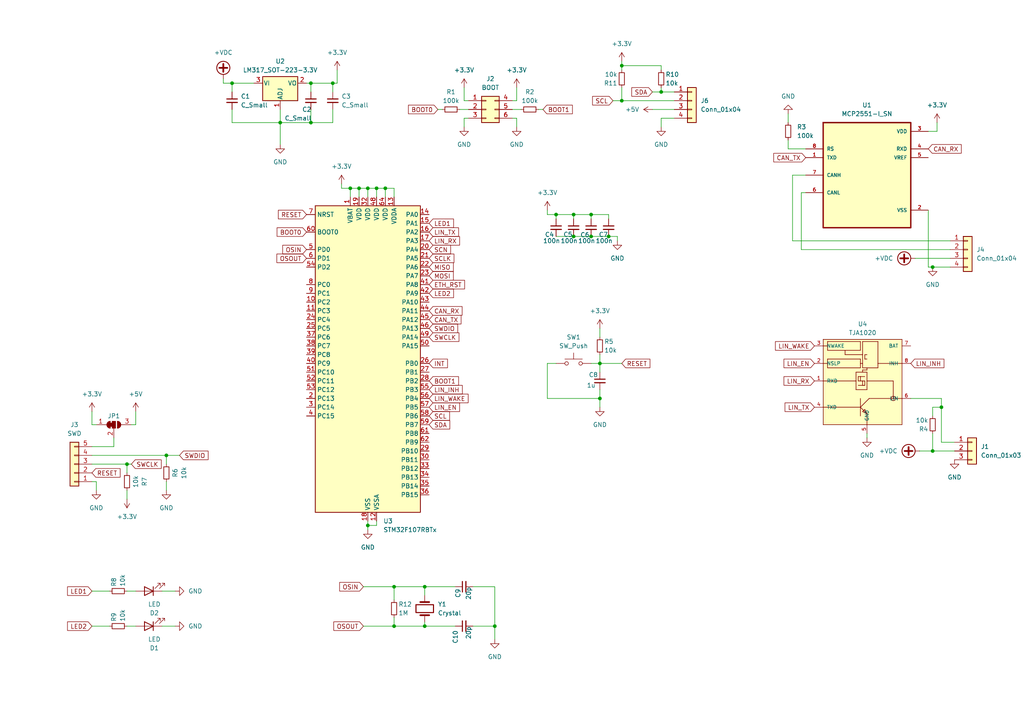
<source format=kicad_sch>
(kicad_sch (version 20250114) (generator "eeschema") (generator_version "9.0")
  (paper "A4")
  (lib_symbols
    (symbol "Connector_Generic:Conn_01x03" (pin_names (offset 1.016) (hide yes))
      (property "Reference" "J" (at 0 5.08 0))
      (property "Value" "Conn_01x03" (at 0 -5.08 0))
      (symbol "Conn_01x03_1_1"
        (rectangle (start -1.27 3.81) (end 1.27 -3.81) (stroke (width 0.254)) (fill (type background)))
        (rectangle (start -1.27 2.667) (end 0 2.413) (stroke (width 0.1524)))
        (rectangle (start -1.27 0.127) (end 0 -0.127) (stroke (width 0.1524)))
        (rectangle (start -1.27 -2.413) (end 0 -2.667) (stroke (width 0.1524)))
        (pin passive line (at -5.08 2.54 0) (length 3.81) (name "Pin_1") (number "1"))
        (pin passive line (at -5.08 0 0) (length 3.81) (name "Pin_2") (number "2"))
        (pin passive line (at -5.08 -2.54 0) (length 3.81) (name "Pin_3") (number "3"))
      )
    )
    (symbol "Connector_Generic:Conn_01x04" (pin_names (offset 1.016) (hide yes))
      (property "Reference" "J" (at 0 5.08 0))
      (property "Value" "Conn_01x04" (at 0 -7.62 0))
      (symbol "Conn_01x04_1_1"
        (rectangle (start -1.27 3.81) (end 1.27 -6.35) (stroke (width 0.254)) (fill (type background)))
        (rectangle (start -1.27 2.667) (end 0 2.413) (stroke (width 0.1524)))
        (rectangle (start -1.27 0.127) (end 0 -0.127) (stroke (width 0.1524)))
        (rectangle (start -1.27 -2.413) (end 0 -2.667) (stroke (width 0.1524)))
        (rectangle (start -1.27 -4.953) (end 0 -5.207) (stroke (width 0.1524)))
        (pin passive line (at -5.08 2.54 0) (length 3.81) (name "Pin_1") (number "1"))
        (pin passive line (at -5.08 0 0) (length 3.81) (name "Pin_2") (number "2"))
        (pin passive line (at -5.08 -2.54 0) (length 3.81) (name "Pin_3") (number "3"))
        (pin passive line (at -5.08 -5.08 0) (length 3.81) (name "Pin_4") (number "4"))
      )
    )
    (symbol "Connector_Generic:Conn_01x05" (pin_names (offset 1.016) (hide yes))
      (property "Reference" "J" (at 0 7.62 0))
      (property "Value" "Conn_01x05" (at 0 -7.62 0))
      (symbol "Conn_01x05_1_1"
        (rectangle (start -1.27 6.35) (end 1.27 -6.35) (stroke (width 0.254)) (fill (type background)))
        (rectangle (start -1.27 5.207) (end 0 4.953) (stroke (width 0.1524)))
        (rectangle (start -1.27 2.667) (end 0 2.413) (stroke (width 0.1524)))
        (rectangle (start -1.27 0.127) (end 0 -0.127) (stroke (width 0.1524)))
        (rectangle (start -1.27 -2.413) (end 0 -2.667) (stroke (width 0.1524)))
        (rectangle (start -1.27 -4.953) (end 0 -5.207) (stroke (width 0.1524)))
        (pin passive line (at -5.08 5.08 0) (length 3.81) (name "Pin_1") (number "1"))
        (pin passive line (at -5.08 2.54 0) (length 3.81) (name "Pin_2") (number "2"))
        (pin passive line (at -5.08 0 0) (length 3.81) (name "Pin_3") (number "3"))
        (pin passive line (at -5.08 -2.54 0) (length 3.81) (name "Pin_4") (number "4"))
        (pin passive line (at -5.08 -5.08 0) (length 3.81) (name "Pin_5") (number "5"))
      )
    )
    (symbol "Connector_Generic:Conn_02x03_Top_Bottom" (pin_names (offset 1.016) (hide yes))
      (property "Reference" "J" (at 1.27 5.08 0))
      (property "Value" "Conn_02x03_Top_Bottom" (at 1.27 -5.08 0))
      (symbol "Conn_02x03_Top_Bottom_1_1"
        (rectangle (start -1.27 3.81) (end 3.81 -3.81) (stroke (width 0.254)) (fill (type background)))
        (rectangle (start -1.27 2.667) (end 0 2.413) (stroke (width 0.1524)))
        (rectangle (start -1.27 0.127) (end 0 -0.127) (stroke (width 0.1524)))
        (rectangle (start -1.27 -2.413) (end 0 -2.667) (stroke (width 0.1524)))
        (rectangle (start 3.81 2.667) (end 2.54 2.413) (stroke (width 0.1524)))
        (rectangle (start 3.81 0.127) (end 2.54 -0.127) (stroke (width 0.1524)))
        (rectangle (start 3.81 -2.413) (end 2.54 -2.667) (stroke (width 0.1524)))
        (pin passive line (at -5.08 2.54 0) (length 3.81) (name "Pin_1") (number "1"))
        (pin passive line (at -5.08 0 0) (length 3.81) (name "Pin_2") (number "2"))
        (pin passive line (at -5.08 -2.54 0) (length 3.81) (name "Pin_3") (number "3"))
        (pin passive line (at 7.62 2.54 180) (length 3.81) (name "Pin_4") (number "4"))
        (pin passive line (at 7.62 0 180) (length 3.81) (name "Pin_5") (number "5"))
        (pin passive line (at 7.62 -2.54 180) (length 3.81) (name "Pin_6") (number "6"))
      )
    )
    (symbol "Device:C_Small" (pin_numbers (hide yes)) (pin_names (offset 0.254) (hide yes))
      (property "Reference" "C" (at 0.254 1.778 0))
      (property "Value" "C_Small" (at 0.254 -2.032 0))
      (symbol "C_Small_0_1"
        (polyline (pts (xy -1.524 0.508) (xy 1.524 0.508)) (stroke (width 0.3048)))
        (polyline (pts (xy -1.524 -0.508) (xy 1.524 -0.508)) (stroke (width 0.3302)))
      )
      (symbol "C_Small_1_1"
        (pin passive line (at 0 2.54 270) (length 2.032) (name "~") (number "1"))
        (pin passive line (at 0 -2.54 90) (length 2.032) (name "~") (number "2"))
      )
    )
    (symbol "Device:Crystal" (pin_numbers (hide yes)) (pin_names (offset 1.016) (hide yes))
      (property "Reference" "Y" (at 0 3.81 0))
      (property "Value" "Crystal" (at 0 -3.81 0))
      (symbol "Crystal_0_1"
        (polyline (pts (xy -2.54 0) (xy -1.905 0)))
        (polyline (pts (xy -1.905 -1.27) (xy -1.905 1.27)) (stroke (width 0.508)))
        (rectangle (start -1.143 2.54) (end 1.143 -2.54) (stroke (width 0.3048)))
        (polyline (pts (xy 1.905 -1.27) (xy 1.905 1.27)) (stroke (width 0.508)))
        (polyline (pts (xy 2.54 0) (xy 1.905 0)))
      )
      (symbol "Crystal_1_1"
        (pin passive line (at -3.81 0 0) (length 1.27) (name "1") (number "1"))
        (pin passive line (at 3.81 0 180) (length 1.27) (name "2") (number "2"))
      )
    )
    (symbol "Device:LED" (pin_numbers (hide yes)) (pin_names (offset 1.016) (hide yes))
      (property "Reference" "D" (at 0 2.54 0))
      (property "Value" "LED" (at 0 -2.54 0))
      (symbol "LED_0_1"
        (polyline (pts (xy -3.048 -0.762) (xy -4.572 -2.286) (xy -3.81 -2.286) (xy -4.572 -2.286) (xy -4.572 -1.524)))
        (polyline (pts (xy -1.778 -0.762) (xy -3.302 -2.286) (xy -2.54 -2.286) (xy -3.302 -2.286) (xy -3.302 -1.524)))
        (polyline (pts (xy -1.27 0) (xy 1.27 0)))
        (polyline (pts (xy -1.27 -1.27) (xy -1.27 1.27)) (stroke (width 0.254)))
        (polyline (pts (xy 1.27 -1.27) (xy 1.27 1.27) (xy -1.27 0) (xy 1.27 -1.27)) (stroke (width 0.254)))
      )
      (symbol "LED_1_1"
        (pin passive line (at -3.81 0 0) (length 2.54) (name "K") (number "1"))
        (pin passive line (at 3.81 0 180) (length 2.54) (name "A") (number "2"))
      )
    )
    (symbol "Device:R_Small" (pin_numbers (hide yes)) (pin_names (offset 0.254) (hide yes))
      (property "Reference" "R" (at 0.762 0.508 0))
      (property "Value" "R_Small" (at 0.762 -1.016 0))
      (symbol "R_Small_0_1"
        (rectangle (start -0.762 1.778) (end 0.762 -1.778) (stroke (width 0.2032)))
      )
      (symbol "R_Small_1_1"
        (pin passive line (at 0 2.54 270) (length 0.762) (name "~") (number "1"))
        (pin passive line (at 0 -2.54 90) (length 0.762) (name "~") (number "2"))
      )
    )
    (symbol "Jumper:SolderJumper_3_Bridged12" (pin_names (offset 0) (hide yes))
      (property "Reference" "JP" (at -2.54 -2.54 0))
      (property "Value" "SolderJumper_3_Bridged12" (at 0 2.794 0))
      (symbol "SolderJumper_3_Bridged12_0_1"
        (polyline (pts (xy -2.54 0) (xy -2.032 0)))
        (polyline (pts (xy -1.016 1.016) (xy -1.016 -1.016)))
        (rectangle (start -1.016 0.508) (end -0.508 -0.508) (fill (type outline)))
        (arc (start -1.016 -1.016) (mid -2.0276 0) (end -1.016 1.016))
        (arc (start -1.016 -1.016) (mid -2.0276 0) (end -1.016 1.016) (fill (type outline)))
        (rectangle (start -0.508 1.016) (end 0.508 -1.016) (fill (type outline)))
        (polyline (pts (xy 0 -1.27) (xy 0 -1.016)))
        (arc (start 1.016 1.016) (mid 2.0276 0) (end 1.016 -1.016))
        (arc (start 1.016 1.016) (mid 2.0276 0) (end 1.016 -1.016) (fill (type outline)))
        (polyline (pts (xy 1.016 1.016) (xy 1.016 -1.016)))
        (polyline (pts (xy 2.54 0) (xy 2.032 0)))
      )
      (symbol "SolderJumper_3_Bridged12_1_1"
        (pin passive line (at -5.08 0 0) (length 2.54) (name "A") (number "1"))
        (pin passive line (at 0 -3.81 90) (length 2.54) (name "C") (number "2"))
        (pin passive line (at 5.08 0 180) (length 2.54) (name "B") (number "3"))
      )
    )
    (symbol "MCP2551-I_SN:MCP2551-I_SN" (pin_names (offset 1.016))
      (property "Reference" "U" (at -12.7 16.24 0))
      (property "Value" "MCP2551-I_SN" (at -12.7 -19.24 0))
      (symbol "MCP2551-I_SN_0_0"
        (rectangle (start -12.7 -15.24) (end 12.7 15.24) (stroke (width 0.41)) (fill (type background)))
        (pin input line (at -17.78 7.62 0) (length 5.08) (name "RS") (number "8"))
        (pin input line (at -17.78 5.08 0) (length 5.08) (name "TXD") (number "1"))
        (pin bidirectional line (at -17.78 0 0) (length 5.08) (name "CANH") (number "7"))
        (pin bidirectional line (at -17.78 -5.08 0) (length 5.08) (name "CANL") (number "6"))
        (pin power_in line (at 17.78 12.7 180) (length 5.08) (name "VDD") (number "3"))
        (pin output line (at 17.78 7.62 180) (length 5.08) (name "RXD") (number "4"))
        (pin output line (at 17.78 5.08 180) (length 5.08) (name "VREF") (number "5"))
        (pin power_in line (at 17.78 -10.16 180) (length 5.08) (name "VSS") (number "2"))
      )
    )
    (symbol "MCU_ST_STM32F1:STM32F107RBTx"
      (property "Reference" "U" (at -15.24 46.99 0))
      (property "Value" "STM32F107RBTx" (at 10.16 46.99 0))
      (symbol "STM32F107RBTx_0_1"
        (rectangle (start -15.24 -43.18) (end 15.24 45.72) (stroke (width 0.254)) (fill (type background)))
      )
      (symbol "STM32F107RBTx_1_1"
        (pin input line (at -17.78 43.18 0) (length 2.54) (name "NRST") (number "7"))
        (pin input line (at -17.78 38.1 0) (length 2.54) (name "BOOT0") (number "60"))
        (pin bidirectional line (at -17.78 33.02 0) (length 2.54) (name "PD0") (number "5"))
        (pin bidirectional line (at -17.78 30.48 0) (length 2.54) (name "PD1") (number "6"))
        (pin bidirectional line (at -17.78 27.94 0) (length 2.54) (name "PD2") (number "54"))
        (pin bidirectional line (at -17.78 22.86 0) (length 2.54) (name "PC0") (number "8"))
        (pin bidirectional line (at -17.78 20.32 0) (length 2.54) (name "PC1") (number "9"))
        (pin bidirectional line (at -17.78 17.78 0) (length 2.54) (name "PC2") (number "10"))
        (pin bidirectional line (at -17.78 15.24 0) (length 2.54) (name "PC3") (number "11"))
        (pin bidirectional line (at -17.78 12.7 0) (length 2.54) (name "PC4") (number "24"))
        (pin bidirectional line (at -17.78 10.16 0) (length 2.54) (name "PC5") (number "25"))
        (pin bidirectional line (at -17.78 7.62 0) (length 2.54) (name "PC6") (number "37"))
        (pin bidirectional line (at -17.78 5.08 0) (length 2.54) (name "PC7") (number "38"))
        (pin bidirectional line (at -17.78 2.54 0) (length 2.54) (name "PC8") (number "39"))
        (pin bidirectional line (at -17.78 0 0) (length 2.54) (name "PC9") (number "40"))
        (pin bidirectional line (at -17.78 -2.54 0) (length 2.54) (name "PC10") (number "51"))
        (pin bidirectional line (at -17.78 -5.08 0) (length 2.54) (name "PC11") (number "52"))
        (pin bidirectional line (at -17.78 -7.62 0) (length 2.54) (name "PC12") (number "53"))
        (pin bidirectional line (at -17.78 -10.16 0) (length 2.54) (name "PC13") (number "2"))
        (pin bidirectional line (at -17.78 -12.7 0) (length 2.54) (name "PC14") (number "3"))
        (pin bidirectional line (at -17.78 -15.24 0) (length 2.54) (name "PC15") (number "4"))
        (pin power_in line (at -5.08 48.26 270) (length 2.54) (name "VBAT") (number "1"))
        (pin power_in line (at -2.54 48.26 270) (length 2.54) (name "VDD") (number "19"))
        (pin power_in line (at 0 48.26 270) (length 2.54) (name "VDD") (number "32"))
        (pin power_in line (at 0 -45.72 90) (length 2.54) (name "VSS") (number "18"))
        (pin passive line (at 0 -45.72 90) (length 2.54) (hide yes) (name "VSS") (number "31"))
        (pin passive line (at 0 -45.72 90) (length 2.54) (hide yes) (name "VSS") (number "47"))
        (pin passive line (at 0 -45.72 90) (length 2.54) (hide yes) (name "VSS") (number "63"))
        (pin power_in line (at 2.54 48.26 270) (length 2.54) (name "VDD") (number "48"))
        (pin power_in line (at 2.54 -45.72 90) (length 2.54) (name "VSSA") (number "12"))
        (pin power_in line (at 5.08 48.26 270) (length 2.54) (name "VDD") (number "64"))
        (pin power_in line (at 7.62 48.26 270) (length 2.54) (name "VDDA") (number "13"))
        (pin bidirectional line (at 17.78 43.18 180) (length 2.54) (name "PA0") (number "14"))
        (pin bidirectional line (at 17.78 40.64 180) (length 2.54) (name "PA1") (number "15"))
        (pin bidirectional line (at 17.78 38.1 180) (length 2.54) (name "PA2") (number "16"))
        (pin bidirectional line (at 17.78 35.56 180) (length 2.54) (name "PA3") (number "17"))
        (pin bidirectional line (at 17.78 33.02 180) (length 2.54) (name "PA4") (number "20"))
        (pin bidirectional line (at 17.78 30.48 180) (length 2.54) (name "PA5") (number "21"))
        (pin bidirectional line (at 17.78 27.94 180) (length 2.54) (name "PA6") (number "22"))
        (pin bidirectional line (at 17.78 25.4 180) (length 2.54) (name "PA7") (number "23"))
        (pin bidirectional line (at 17.78 22.86 180) (length 2.54) (name "PA8") (number "41"))
        (pin bidirectional line (at 17.78 20.32 180) (length 2.54) (name "PA9") (number "42"))
        (pin bidirectional line (at 17.78 17.78 180) (length 2.54) (name "PA10") (number "43"))
        (pin bidirectional line (at 17.78 15.24 180) (length 2.54) (name "PA11") (number "44"))
        (pin bidirectional line (at 17.78 12.7 180) (length 2.54) (name "PA12") (number "45"))
        (pin bidirectional line (at 17.78 10.16 180) (length 2.54) (name "PA13") (number "46"))
        (pin bidirectional line (at 17.78 7.62 180) (length 2.54) (name "PA14") (number "49"))
        (pin bidirectional line (at 17.78 5.08 180) (length 2.54) (name "PA15") (number "50"))
        (pin bidirectional line (at 17.78 0 180) (length 2.54) (name "PB0") (number "26"))
        (pin bidirectional line (at 17.78 -2.54 180) (length 2.54) (name "PB1") (number "27"))
        (pin bidirectional line (at 17.78 -5.08 180) (length 2.54) (name "PB2") (number "28"))
        (pin bidirectional line (at 17.78 -7.62 180) (length 2.54) (name "PB3") (number "55"))
        (pin bidirectional line (at 17.78 -10.16 180) (length 2.54) (name "PB4") (number "56"))
        (pin bidirectional line (at 17.78 -12.7 180) (length 2.54) (name "PB5") (number "57"))
        (pin bidirectional line (at 17.78 -15.24 180) (length 2.54) (name "PB6") (number "58"))
        (pin bidirectional line (at 17.78 -17.78 180) (length 2.54) (name "PB7") (number "59"))
        (pin bidirectional line (at 17.78 -20.32 180) (length 2.54) (name "PB8") (number "61"))
        (pin bidirectional line (at 17.78 -22.86 180) (length 2.54) (name "PB9") (number "62"))
        (pin bidirectional line (at 17.78 -25.4 180) (length 2.54) (name "PB10") (number "29"))
        (pin bidirectional line (at 17.78 -27.94 180) (length 2.54) (name "PB11") (number "30"))
        (pin bidirectional line (at 17.78 -30.48 180) (length 2.54) (name "PB12") (number "33"))
        (pin bidirectional line (at 17.78 -33.02 180) (length 2.54) (name "PB13") (number "34"))
        (pin bidirectional line (at 17.78 -35.56 180) (length 2.54) (name "PB14") (number "35"))
        (pin bidirectional line (at 17.78 -38.1 180) (length 2.54) (name "PB15") (number "36"))
      )
    )
    (symbol "Regulator_Linear:LM317_SOT-223" (pin_names (offset 0.254))
      (property "Reference" "U" (at -3.81 3.175 0))
      (property "Value" "LM317_SOT-223" (at 0 3.175 0))
      (symbol "LM317_SOT-223_0_1"
        (rectangle (start -5.08 1.905) (end 5.08 -5.08) (stroke (width 0.254)) (fill (type background)))
      )
      (symbol "LM317_SOT-223_1_1"
        (pin power_in line (at -7.62 0 0) (length 2.54) (name "VI") (number "3"))
        (pin input line (at 0 -7.62 90) (length 2.54) (name "ADJ") (number "1"))
        (pin power_out line (at 7.62 0 180) (length 2.54) (name "VO") (number "2"))
      )
    )
    (symbol "Switch:SW_Push" (pin_numbers (hide yes)) (pin_names (offset 1.016) (hide yes))
      (property "Reference" "SW" (at 1.27 2.54 0))
      (property "Value" "SW_Push" (at 0 -1.524 0))
      (symbol "SW_Push_0_1"
        (circle (center -2.032 0) (radius 0.508))
        (polyline (pts (xy 0 1.27) (xy 0 3.048)))
        (circle (center 2.032 0) (radius 0.508))
        (polyline (pts (xy 2.54 1.27) (xy -2.54 1.27)))
        (pin passive line (at -5.08 0 0) (length 2.54) (name "1") (number "1"))
        (pin passive line (at 5.08 0 180) (length 2.54) (name "2") (number "2"))
      )
    )
    (symbol "TJA1020:TJA1020" (pin_names (offset 1.016))
      (property "Reference" "U" (at 0 0 0))
      (property "Value" "TJA1020" (at 0 0 0))
      (symbol "TJA1020_0_0"
        (polyline (pts (xy -5.08 7.62) (xy -3.81 7.62)) (stroke (width 0.18)))
        (polyline (pts (xy -5.08 2.54) (xy -3.81 2.54)) (stroke (width 0.18)))
        (polyline (pts (xy -5.08 -10.16) (xy 5.715 -10.16)) (stroke (width 0.18)))
        (rectangle (start -5.08 -15.24) (end 17.78 9.525) (stroke (width 0.18)) (fill (type background)))
        (polyline (pts (xy -3.81 8.89) (xy -3.81 7.62)) (stroke (width 0.18)))
        (polyline (pts (xy -3.81 7.62) (xy -3.81 6.35)) (stroke (width 0.18)))
        (polyline (pts (xy -3.81 6.35) (xy 1.27 6.35)) (stroke (width 0.18)))
        (polyline (pts (xy -3.81 3.81) (xy -3.81 2.54)) (stroke (width 0.18)))
        (polyline (pts (xy -3.81 3.81) (xy 5.715 3.81)) (stroke (width 0.18)))
        (polyline (pts (xy -3.81 2.54) (xy -3.81 1.27)) (stroke (width 0.18)))
        (polyline (pts (xy -3.81 1.27) (xy 5.715 1.27)) (stroke (width 0.18)))
        (polyline (pts (xy 1.27 6.35) (xy 5.715 6.35)) (stroke (width 0.18)))
        (polyline (pts (xy 1.27 5.08) (xy 1.27 6.35)) (stroke (width 0.18)))
        (polyline (pts (xy 1.27 5.08) (xy 6.35 5.08)) (stroke (width 0.18)))
        (polyline (pts (xy 4.445 0) (xy 6.35 0)) (stroke (width 0.18)))
        (polyline (pts (xy 4.445 -2.54) (xy -5.08 -2.54)) (stroke (width 0.18)))
        (polyline (pts (xy 4.445 -2.54) (xy 4.445 0)) (stroke (width 0.18)))
        (polyline (pts (xy 4.445 -5.08) (xy 4.445 -2.54)) (stroke (width 0.18)))
        (polyline (pts (xy 5.08 -1.27) (xy 5.08 -2.54)) (stroke (width 0.18)))
        (polyline (pts (xy 5.08 -2.54) (xy 6.35 -2.54)) (stroke (width 0.18)))
        (polyline (pts (xy 5.715 8.89) (xy -3.81 8.89)) (stroke (width 0.18)))
        (polyline (pts (xy 5.715 6.35) (xy 5.715 8.89)) (stroke (width 0.18)))
        (polyline (pts (xy 5.715 2.54) (xy 5.715 3.81)) (stroke (width 0.18)))
        (polyline (pts (xy 5.715 2.54) (xy 6.35 2.54)) (stroke (width 0.18)))
        (polyline (pts (xy 5.715 1.27) (xy 5.715 2.54)) (stroke (width 0.18)))
        (polyline (pts (xy 5.715 -1.27) (xy 5.08 -1.27)) (stroke (width 0.18)))
        (polyline (pts (xy 5.715 -1.27) (xy 5.715 -2.54)) (stroke (width 0.18)))
        (polyline (pts (xy 5.715 -10.16) (xy 5.715 -7.62)) (stroke (width 0.18)))
        (polyline (pts (xy 5.715 -10.16) (xy 5.715 -12.7)) (stroke (width 0.18)))
        (polyline (pts (xy 5.715 -10.16) (xy 7.62 -12.065)) (stroke (width 0.18)))
        (polyline (pts (xy 5.715 -10.16) (xy 8.255 -7.62)) (stroke (width 0.18)))
        (polyline (pts (xy 6.35 8.89) (xy 6.35 5.08)) (stroke (width 0.18)))
        (polyline (pts (xy 6.35 5.08) (xy 6.35 2.54)) (stroke (width 0.18)))
        (polyline (pts (xy 6.35 2.54) (xy 6.35 1.27)) (stroke (width 0.18)))
        (polyline (pts (xy 6.35 1.27) (xy 7.62 1.27)) (stroke (width 0.18)))
        (polyline (pts (xy 6.35 0.635) (xy 6.35 0)) (stroke (width 0.18)))
        (polyline (pts (xy 6.35 0) (xy 7.62 0)) (stroke (width 0.18)))
        (polyline (pts (xy 6.35 -2.54) (xy 6.35 -3.81)) (stroke (width 0.18)))
        (polyline (pts (xy 6.35 -3.81) (xy 6.985 -3.81)) (stroke (width 0.18)))
        (polyline (pts (xy 6.35 -11.43) (xy 6.985 -10.795)) (stroke (width 0.18)))
        (polyline (pts (xy 6.985 5.08) (xy 6.985 3.81)) (stroke (width 0.18)))
        (polyline (pts (xy 6.985 3.81) (xy 7.62 3.81)) (stroke (width 0.18)))
        (polyline (pts (xy 6.985 -1.27) (xy 5.715 -1.27)) (stroke (width 0.18)))
        (polyline (pts (xy 6.985 -2.54) (xy 6.35 -2.54)) (stroke (width 0.18)))
        (polyline (pts (xy 6.985 -3.81) (xy 5.08 -3.81)) (stroke (width 0.18)))
        (polyline (pts (xy 6.985 -3.81) (xy 6.985 -2.54)) (stroke (width 0.18)))
        (polyline (pts (xy 6.985 -10.795) (xy 7.62 -12.065)) (stroke (width 0.18)))
        (polyline (pts (xy 7.62 5.08) (xy 6.985 5.08)) (stroke (width 0.18)))
        (polyline (pts (xy 7.62 1.27) (xy 7.62 0.635)) (stroke (width 0.18)))
        (polyline (pts (xy 7.62 1.27) (xy 10.795 1.27)) (stroke (width 0.18)))
        (polyline (pts (xy 7.62 0.635) (xy 6.35 0.635)) (stroke (width 0.18)))
        (polyline (pts (xy 7.62 0) (xy 7.62 -2.54)) (stroke (width 0.18)))
        (polyline (pts (xy 7.62 -2.54) (xy 7.62 -5.08)) (stroke (width 0.18)))
        (polyline (pts (xy 7.62 -5.08) (xy 4.445 -5.08)) (stroke (width 0.18)))
        (polyline (pts (xy 7.62 -12.065) (xy 6.35 -11.43)) (stroke (width 0.18)))
        (polyline (pts (xy 7.62 -15.24) (xy 7.62 -12.065)) (stroke (width 0.18)))
        (polyline (pts (xy 8.255 -7.62) (xy 15.24 -7.62)) (stroke (width 0.18)))
        (polyline (pts (xy 10.795 8.89) (xy 6.35 8.89)) (stroke (width 0.18)))
        (polyline (pts (xy 10.795 2.54) (xy 10.795 8.89)) (stroke (width 0.18)))
        (polyline (pts (xy 10.795 2.54) (xy 17.78 2.54)) (stroke (width 0.18)))
        (polyline (pts (xy 10.795 1.27) (xy 10.795 2.54)) (stroke (width 0.18)))
        (polyline (pts (xy 15.24 -2.54) (xy 7.62 -2.54)) (stroke (width 0.18)))
        (polyline (pts (xy 15.24 -7.62) (xy 15.24 -2.54)) (stroke (width 0.18)))
        (polyline (pts (xy 15.24 -7.62) (xy 17.78 -7.62)) (stroke (width 0.18)))
        (circle (center 15.24 -7.62) (radius 0.635) (stroke (width 0.18)))
        (pin input line (at -7.62 7.62 0) (length 2.54) (name "NWAKE") (number "3"))
        (pin input line (at -7.62 2.54 0) (length 2.54) (name "NSLP") (number "2"))
        (pin input line (at -7.62 -2.54 0) (length 2.54) (name "RXD") (number "1"))
        (pin output line (at -7.62 -10.16 0) (length 2.54) (name "TXD") (number "4"))
        (pin power_in line (at 7.62 -17.78 90) (length 2.54) (name "GND") (number "5"))
        (pin power_in line (at 20.32 7.62 180) (length 2.54) (name "BAT") (number "7"))
        (pin output line (at 20.32 2.54 180) (length 2.54) (name "INH") (number "8"))
        (pin bidirectional line (at 20.32 -7.62 180) (length 2.54) (name "LIN") (number "6"))
      )
    )
    (symbol "power:+3.3V" (power) (pin_names (offset 0))
      (property "Value" "+3.3V" (at 0 3.556 0))
      (symbol "+3.3V_0_1"
        (polyline (pts (xy -0.762 1.27) (xy 0 2.54)))
        (polyline (pts (xy 0 2.54) (xy 0.762 1.27)))
        (polyline (pts (xy 0 0) (xy 0 2.54)))
      )
      (symbol "+3.3V_1_1"
        (pin power_in line (at 0 0 90) (length 0) (hide yes) (name "+3.3V") (number "1"))
      )
    )
    (symbol "power:+5V" (power) (pin_names (offset 0))
      (property "Value" "+5V" (at 0 3.556 0))
      (symbol "+5V_0_1"
        (polyline (pts (xy -0.762 1.27) (xy 0 2.54)))
        (polyline (pts (xy 0 2.54) (xy 0.762 1.27)))
        (polyline (pts (xy 0 0) (xy 0 2.54)))
      )
      (symbol "+5V_1_1"
        (pin power_in line (at 0 0 90) (length 0) (hide yes) (name "+5V") (number "1"))
      )
    )
    (symbol "power:+VDC" (power) (pin_numbers (hide yes)) (pin_names (offset 0) (hide yes))
      (property "Value" "+VDC" (at 0 6.35 0))
      (symbol "+VDC_0_1"
        (polyline (pts (xy -1.143 3.175) (xy 1.143 3.175)) (stroke (width 0.508)))
        (circle (center 0 3.175) (radius 1.905) (stroke (width 0.254)))
        (polyline (pts (xy 0 2.032) (xy 0 4.318)) (stroke (width 0.508)))
        (polyline (pts (xy 0 0) (xy 0 1.27)))
      )
      (symbol "+VDC_1_1"
        (pin power_in line (at 0 0 90) (length 0) (name "~") (number "1"))
      )
    )
    (symbol "power:GND" (power) (pin_names (offset 0))
      (property "Value" "GND" (at 0 -3.81 0))
      (symbol "GND_0_1"
        (polyline (pts (xy 0 0) (xy 0 -1.27) (xy 1.27 -1.27) (xy 0 -2.54) (xy -1.27 -1.27) (xy 0 -1.27)))
      )
      (symbol "GND_1_1"
        (pin power_in line (at 0 0 270) (length 0) (hide yes) (name "GND") (number "1"))
      )
    )
  )
  (junction (at 114.3 181.61))
  (junction (at 161.29 62.23))
  (junction (at 123.19 181.61))
  (junction (at 270.51 130.81))
  (junction (at 173.99 115.57))
  (junction (at 48.26 132.08))
  (junction (at 123.19 170.18))
  (junction (at 111.76 54.61))
  (junction (at 180.34 19.05))
  (junction (at 106.68 54.61))
  (junction (at 171.45 62.23))
  (junction (at 90.17 24.13))
  (junction (at 166.37 68.58))
  (junction (at 114.3 170.18))
  (junction (at 67.31 24.13))
  (junction (at 143.51 181.61))
  (junction (at 173.99 105.41))
  (junction (at 270.51 77.47))
  (junction (at 180.34 29.21))
  (junction (at 171.45 68.58))
  (junction (at 36.83 134.62))
  (junction (at 176.53 68.58))
  (junction (at 273.05 118.11))
  (junction (at 106.68 152.4))
  (junction (at 101.6 54.61))
  (junction (at 81.28 35.56))
  (junction (at 90.17 35.56))
  (junction (at 96.52 24.13))
  (junction (at 104.14 54.61))
  (junction (at 166.37 62.23))
  (junction (at 191.77 26.67))
  (junction (at 109.22 54.61))
  (wire (pts (xy 229.87 69.85) (xy 229.87 50.8)))
  (wire (pts (xy 191.77 26.67) (xy 195.58 26.67)))
  (wire (pts (xy 173.99 115.57) (xy 173.99 118.11)))
  (wire (pts (xy 233.68 55.88) (xy 232.41 55.88)))
  (wire (pts (xy 143.51 170.18) (xy 143.51 181.61)))
  (wire (pts (xy 106.68 54.61) (xy 109.22 54.61)))
  (wire (pts (xy 67.31 24.13) (xy 64.77 24.13)))
  (wire (pts (xy 191.77 20.32) (xy 191.77 19.05)))
  (wire (pts (xy 171.45 105.41) (xy 173.99 105.41)))
  (wire (pts (xy 99.06 54.61) (xy 101.6 54.61)))
  (wire (pts (xy 149.86 34.29) (xy 149.86 36.83)))
  (wire (pts (xy 173.99 105.41) (xy 173.99 107.95)))
  (wire (pts (xy 161.29 68.58) (xy 166.37 68.58)))
  (wire (pts (xy 149.86 25.4) (xy 149.86 29.21)))
  (wire (pts (xy 271.78 38.1) (xy 269.24 38.1)))
  (wire (pts (xy 270.51 118.11) (xy 273.05 118.11)))
  (wire (pts (xy 143.51 181.61) (xy 137.16 181.61)))
  (wire (pts (xy 123.19 181.61) (xy 132.08 181.61)))
  (wire (pts (xy 270.51 120.65) (xy 270.51 118.11)))
  (wire (pts (xy 104.14 54.61) (xy 104.14 57.15)))
  (wire (pts (xy 137.16 170.18) (xy 143.51 170.18)))
  (wire (pts (xy 191.77 34.29) (xy 191.77 36.83)))
  (wire (pts (xy 67.31 24.13) (xy 67.31 26.67)))
  (wire (pts (xy 173.99 102.87) (xy 173.99 105.41)))
  (wire (pts (xy 96.52 24.13) (xy 96.52 26.67)))
  (wire (pts (xy 81.28 35.56) (xy 81.28 41.91)))
  (wire (pts (xy 271.78 35.56) (xy 271.78 38.1)))
  (wire (pts (xy 109.22 151.13) (xy 109.22 152.4)))
  (wire (pts (xy 166.37 62.23) (xy 171.45 62.23)))
  (wire (pts (xy 180.34 29.21) (xy 195.58 29.21)))
  (wire (pts (xy 90.17 35.56) (xy 81.28 35.56)))
  (wire (pts (xy 270.51 77.47) (xy 275.59 77.47)))
  (wire (pts (xy 27.94 123.19) (xy 26.67 123.19)))
  (wire (pts (xy 81.28 31.75) (xy 81.28 35.56)))
  (wire (pts (xy 148.59 34.29) (xy 149.86 34.29)))
  (wire (pts (xy 173.99 113.03) (xy 173.99 115.57)))
  (wire (pts (xy 180.34 19.05) (xy 180.34 20.32)))
  (wire (pts (xy 233.68 43.18) (xy 228.6 43.18)))
  (wire (pts (xy 27.94 139.7) (xy 27.94 142.24)))
  (wire (pts (xy 276.86 128.27) (xy 273.05 128.27)))
  (wire (pts (xy 180.34 25.4) (xy 180.34 29.21)))
  (wire (pts (xy 275.59 69.85) (xy 229.87 69.85)))
  (wire (pts (xy 157.48 31.75) (xy 156.21 31.75)))
  (wire (pts (xy 176.53 68.58) (xy 179.07 68.58)))
  (wire (pts (xy 251.46 125.73) (xy 251.46 127)))
  (wire (pts (xy 189.23 31.75) (xy 195.58 31.75)))
  (wire (pts (xy 114.3 57.15) (xy 114.3 54.61)))
  (wire (pts (xy 269.24 77.47) (xy 270.51 77.47)))
  (wire (pts (xy 173.99 95.25) (xy 173.99 97.79)))
  (wire (pts (xy 90.17 24.13) (xy 88.9 24.13)))
  (wire (pts (xy 105.41 181.61) (xy 114.3 181.61)))
  (wire (pts (xy 191.77 25.4) (xy 191.77 26.67)))
  (wire (pts (xy 36.83 142.24) (xy 36.83 144.78)))
  (wire (pts (xy 114.3 170.18) (xy 114.3 173.99)))
  (wire (pts (xy 265.43 74.93) (xy 275.59 74.93)))
  (wire (pts (xy 158.75 115.57) (xy 173.99 115.57)))
  (wire (pts (xy 67.31 31.75) (xy 67.31 35.56)))
  (wire (pts (xy 273.05 118.11) (xy 273.05 115.57)))
  (wire (pts (xy 36.83 181.61) (xy 39.37 181.61)))
  (wire (pts (xy 46.99 181.61) (xy 50.8 181.61)))
  (wire (pts (xy 143.51 185.42) (xy 143.51 181.61)))
  (wire (pts (xy 123.19 180.34) (xy 123.19 181.61)))
  (wire (pts (xy 109.22 54.61) (xy 111.76 54.61)))
  (wire (pts (xy 148.59 31.75) (xy 151.13 31.75)))
  (wire (pts (xy 26.67 181.61) (xy 31.75 181.61)))
  (wire (pts (xy 173.99 105.41) (xy 180.34 105.41)))
  (wire (pts (xy 26.67 171.45) (xy 31.75 171.45)))
  (wire (pts (xy 36.83 171.45) (xy 39.37 171.45)))
  (wire (pts (xy 158.75 62.23) (xy 161.29 62.23)))
  (wire (pts (xy 26.67 132.08) (xy 48.26 132.08)))
  (wire (pts (xy 134.62 34.29) (xy 134.62 36.83)))
  (wire (pts (xy 189.23 26.67) (xy 191.77 26.67)))
  (wire (pts (xy 97.79 20.32) (xy 97.79 24.13)))
  (wire (pts (xy 232.41 72.39) (xy 275.59 72.39)))
  (wire (pts (xy 105.41 170.18) (xy 114.3 170.18)))
  (wire (pts (xy 195.58 34.29) (xy 191.77 34.29)))
  (wire (pts (xy 106.68 152.4) (xy 106.68 153.67)))
  (wire (pts (xy 109.22 152.4) (xy 106.68 152.4)))
  (wire (pts (xy 229.87 50.8) (xy 233.68 50.8)))
  (wire (pts (xy 158.75 105.41) (xy 158.75 115.57)))
  (wire (pts (xy 171.45 62.23) (xy 176.53 62.23)))
  (wire (pts (xy 269.24 60.96) (xy 269.24 77.47)))
  (wire (pts (xy 232.41 55.88) (xy 232.41 72.39)))
  (wire (pts (xy 104.14 54.61) (xy 106.68 54.61)))
  (wire (pts (xy 96.52 24.13) (xy 90.17 24.13)))
  (wire (pts (xy 106.68 54.61) (xy 106.68 57.15)))
  (wire (pts (xy 48.26 139.7) (xy 48.26 142.24)))
  (wire (pts (xy 135.89 34.29) (xy 134.62 34.29)))
  (wire (pts (xy 166.37 62.23) (xy 166.37 63.5)))
  (wire (pts (xy 133.35 31.75) (xy 135.89 31.75)))
  (wire (pts (xy 161.29 62.23) (xy 161.29 63.5)))
  (wire (pts (xy 36.83 134.62) (xy 36.83 137.16)))
  (wire (pts (xy 114.3 179.07) (xy 114.3 181.61)))
  (wire (pts (xy 171.45 62.23) (xy 171.45 63.5)))
  (wire (pts (xy 101.6 54.61) (xy 104.14 54.61)))
  (wire (pts (xy 270.51 130.81) (xy 276.86 130.81)))
  (wire (pts (xy 158.75 60.96) (xy 158.75 62.23)))
  (wire (pts (xy 273.05 115.57) (xy 264.16 115.57)))
  (wire (pts (xy 26.67 119.38) (xy 26.67 123.19)))
  (wire (pts (xy 266.7 130.81) (xy 270.51 130.81)))
  (wire (pts (xy 64.77 22.86) (xy 64.77 24.13)))
  (wire (pts (xy 99.06 53.34) (xy 99.06 54.61)))
  (wire (pts (xy 90.17 24.13) (xy 90.17 26.67)))
  (wire (pts (xy 96.52 31.75) (xy 96.52 35.56)))
  (wire (pts (xy 48.26 134.62) (xy 48.26 132.08)))
  (wire (pts (xy 180.34 17.78) (xy 180.34 19.05)))
  (wire (pts (xy 26.67 129.54) (xy 33.02 129.54)))
  (wire (pts (xy 90.17 31.75) (xy 90.17 35.56)))
  (wire (pts (xy 171.45 68.58) (xy 176.53 68.58)))
  (wire (pts (xy 48.26 132.08) (xy 52.07 132.08)))
  (wire (pts (xy 39.37 119.38) (xy 39.37 123.19)))
  (wire (pts (xy 96.52 35.56) (xy 90.17 35.56)))
  (wire (pts (xy 161.29 62.23) (xy 166.37 62.23)))
  (wire (pts (xy 179.07 68.58) (xy 179.07 69.85)))
  (wire (pts (xy 36.83 134.62) (xy 38.1 134.62)))
  (wire (pts (xy 26.67 139.7) (xy 27.94 139.7)))
  (wire (pts (xy 46.99 171.45) (xy 50.8 171.45)))
  (wire (pts (xy 114.3 170.18) (xy 123.19 170.18)))
  (wire (pts (xy 97.79 24.13) (xy 96.52 24.13)))
  (wire (pts (xy 106.68 151.13) (xy 106.68 152.4)))
  (wire (pts (xy 177.8 29.21) (xy 180.34 29.21)))
  (wire (pts (xy 67.31 35.56) (xy 81.28 35.56)))
  (wire (pts (xy 127 31.75) (xy 128.27 31.75)))
  (wire (pts (xy 123.19 170.18) (xy 123.19 172.72)))
  (wire (pts (xy 180.34 19.05) (xy 191.77 19.05)))
  (wire (pts (xy 73.66 24.13) (xy 67.31 24.13)))
  (wire (pts (xy 26.67 134.62) (xy 36.83 134.62)))
  (wire (pts (xy 161.29 105.41) (xy 158.75 105.41)))
  (wire (pts (xy 148.59 29.21) (xy 149.86 29.21)))
  (wire (pts (xy 228.6 43.18) (xy 228.6 40.64)))
  (wire (pts (xy 166.37 68.58) (xy 171.45 68.58)))
  (wire (pts (xy 135.89 29.21) (xy 134.62 29.21)))
  (wire (pts (xy 114.3 54.61) (xy 111.76 54.61)))
  (wire (pts (xy 111.76 57.15) (xy 111.76 54.61)))
  (wire (pts (xy 123.19 170.18) (xy 132.08 170.18)))
  (wire (pts (xy 270.51 125.73) (xy 270.51 130.81)))
  (wire (pts (xy 228.6 33.02) (xy 228.6 35.56)))
  (wire (pts (xy 114.3 181.61) (xy 123.19 181.61)))
  (wire (pts (xy 38.1 123.19) (xy 39.37 123.19)))
  (wire (pts (xy 273.05 128.27) (xy 273.05 118.11)))
  (wire (pts (xy 33.02 129.54) (xy 33.02 127)))
  (wire (pts (xy 101.6 54.61) (xy 101.6 57.15)))
  (wire (pts (xy 134.62 25.4) (xy 134.62 29.21)))
  (wire (pts (xy 176.53 63.5) (xy 176.53 62.23)))
  (wire (pts (xy 109.22 54.61) (xy 109.22 57.15)))
  (global_label "LIN_INH" (shape input) (at 124.46 113.03 0) (property "Intersheetrefs" "${INTERSHEET_REFS}" (effects (hide yes))))
  (global_label "LIN_WAKE" (shape input) (at 124.46 115.57 0) (property "Intersheetrefs" "${INTERSHEET_REFS}" (effects (hide yes))))
  (global_label "BOOT0" (shape input) (at 127 31.75 180) (property "Intersheetrefs" "${INTERSHEET_REFS}" (effects (hide yes))))
  (global_label "SCLK" (shape input) (at 124.46 74.93 0) (property "Intersheetrefs" "${INTERSHEET_REFS}" (effects (hide yes))))
  (global_label "LIN_EN" (shape input) (at 236.22 105.41 180) (property "Intersheetrefs" "${INTERSHEET_REFS}" (effects (hide yes))))
  (global_label "INT" (shape input) (at 124.46 105.41 0) (property "Intersheetrefs" "${INTERSHEET_REFS}" (effects (hide yes))))
  (global_label "SWDIO" (shape input) (at 52.07 132.08 0) (property "Intersheetrefs" "${INTERSHEET_REFS}" (effects (hide yes))))
  (global_label "OSOUT" (shape input) (at 105.41 181.61 180) (property "Intersheetrefs" "${INTERSHEET_REFS}" (effects (hide yes))))
  (global_label "RESET" (shape input) (at 26.67 137.16 0) (property "Intersheetrefs" "${INTERSHEET_REFS}" (effects (hide yes))))
  (global_label "LED1" (shape input) (at 124.46 64.77 0) (property "Intersheetrefs" "${INTERSHEET_REFS}" (effects (hide yes))))
  (global_label "SWCLK" (shape input) (at 38.1 134.62 0) (property "Intersheetrefs" "${INTERSHEET_REFS}" (effects (hide yes))))
  (global_label "SDA" (shape input) (at 189.23 26.67 180) (property "Intersheetrefs" "${INTERSHEET_REFS}" (effects (hide yes))))
  (global_label "LIN_TX" (shape input) (at 236.22 118.11 180) (property "Intersheetrefs" "${INTERSHEET_REFS}" (effects (hide yes))))
  (global_label "CAN_TX" (shape input) (at 124.46 92.71 0) (property "Intersheetrefs" "${INTERSHEET_REFS}" (effects (hide yes))))
  (global_label "LED2" (shape input) (at 124.46 85.09 0) (property "Intersheetrefs" "${INTERSHEET_REFS}" (effects (hide yes))))
  (global_label "BOOT1" (shape input) (at 157.48 31.75 0) (property "Intersheetrefs" "${INTERSHEET_REFS}" (effects (hide yes))))
  (global_label "LIN_WAKE" (shape input) (at 236.22 100.33 180) (property "Intersheetrefs" "${INTERSHEET_REFS}" (effects (hide yes))))
  (global_label "LIN_RX" (shape input) (at 124.46 69.85 0) (property "Intersheetrefs" "${INTERSHEET_REFS}" (effects (hide yes))))
  (global_label "SCL" (shape input) (at 124.46 120.65 0) (property "Intersheetrefs" "${INTERSHEET_REFS}" (effects (hide yes))))
  (global_label "OSIN" (shape input) (at 105.41 170.18 180) (property "Intersheetrefs" "${INTERSHEET_REFS}" (effects (hide yes))))
  (global_label "LIN_INH" (shape input) (at 264.16 105.41 0) (property "Intersheetrefs" "${INTERSHEET_REFS}" (effects (hide yes))))
  (global_label "OSIN" (shape input) (at 88.9 72.39 180) (property "Intersheetrefs" "${INTERSHEET_REFS}" (effects (hide yes))))
  (global_label "LIN_TX" (shape input) (at 124.46 67.31 0) (property "Intersheetrefs" "${INTERSHEET_REFS}" (effects (hide yes))))
  (global_label "LIN_EN" (shape input) (at 124.46 118.11 0) (property "Intersheetrefs" "${INTERSHEET_REFS}" (effects (hide yes))))
  (global_label "SDA" (shape input) (at 124.46 123.19 0) (property "Intersheetrefs" "${INTERSHEET_REFS}" (effects (hide yes))))
  (global_label "MOSI" (shape input) (at 124.46 80.01 0) (property "Intersheetrefs" "${INTERSHEET_REFS}" (effects (hide yes))))
  (global_label "LIN_RX" (shape input) (at 236.22 110.49 180) (property "Intersheetrefs" "${INTERSHEET_REFS}" (effects (hide yes))))
  (global_label "CAN_RX" (shape input) (at 124.46 90.17 0) (property "Intersheetrefs" "${INTERSHEET_REFS}" (effects (hide yes))))
  (global_label "RESET" (shape input) (at 88.9 62.23 180) (property "Intersheetrefs" "${INTERSHEET_REFS}" (effects (hide yes))))
  (global_label "LED2" (shape input) (at 26.67 181.61 180) (property "Intersheetrefs" "${INTERSHEET_REFS}" (effects (hide yes))))
  (global_label "MISO" (shape input) (at 124.46 77.47 0) (property "Intersheetrefs" "${INTERSHEET_REFS}" (effects (hide yes))))
  (global_label "LED1" (shape input) (at 26.67 171.45 180) (property "Intersheetrefs" "${INTERSHEET_REFS}" (effects (hide yes))))
  (global_label "ETH_RST" (shape input) (at 124.46 82.55 0) (property "Intersheetrefs" "${INTERSHEET_REFS}" (effects (hide yes))))
  (global_label "SCN" (shape input) (at 124.46 72.39 0) (property "Intersheetrefs" "${INTERSHEET_REFS}" (effects (hide yes))))
  (global_label "CAN_RX" (shape input) (at 269.24 43.18 0) (property "Intersheetrefs" "${INTERSHEET_REFS}" (effects (hide yes))))
  (global_label "SWCLK" (shape input) (at 124.46 97.79 0) (property "Intersheetrefs" "${INTERSHEET_REFS}" (effects (hide yes))))
  (global_label "RESET" (shape input) (at 180.34 105.41 0) (property "Intersheetrefs" "${INTERSHEET_REFS}" (effects (hide yes))))
  (global_label "BOOT0" (shape input) (at 88.9 67.31 180) (property "Intersheetrefs" "${INTERSHEET_REFS}" (effects (hide yes))))
  (global_label "CAN_TX" (shape input) (at 233.68 45.72 180) (property "Intersheetrefs" "${INTERSHEET_REFS}" (effects (hide yes))))
  (global_label "OSOUT" (shape input) (at 88.9 74.93 180) (property "Intersheetrefs" "${INTERSHEET_REFS}" (effects (hide yes))))
  (global_label "SWDIO" (shape input) (at 124.46 95.25 0) (property "Intersheetrefs" "${INTERSHEET_REFS}" (effects (hide yes))))
  (global_label "SCL" (shape input) (at 177.8 29.21 180) (property "Intersheetrefs" "${INTERSHEET_REFS}" (effects (hide yes))))
  (global_label "BOOT1" (shape input) (at 124.46 110.49 0) (property "Intersheetrefs" "${INTERSHEET_REFS}" (effects (hide yes))))
  (symbol (lib_id "power:GND") (at 50.8 171.45 90) (unit 1)
    (property "Reference" "#PWR018" (effects (hide yes)))
    (property "Value" "GND" (at 54.61 171.45 90) (effects (justify right)))
  )
  (symbol (lib_id "power:GND") (at 81.28 41.91 0) (unit 1)
    (property "Reference" "#PWR04" (effects (hide yes)))
    (property "Value" "GND" (at 81.28 46.99 0))
  )
  (symbol (lib_id "Device:C_Small") (at 166.37 66.04 0) (unit 1)
    (property "Reference" "C5" (at 163.387 68.0076 0) (effects (justify left)))
    (property "Value" "100n" (at 162.56 69.85 0) (effects (justify left)))
    (property "Footprint" "Capacitor_SMD:C_0603_1608Metric" (effects (hide yes)))
  )
  (symbol (lib_id "Device:R_Small") (at 34.29 181.61 90) (unit 1)
    (property "Reference" "R9" (at 33.02 180.34 0) (effects (justify left)))
    (property "Value" "10k" (at 35.56 180.34 0) (effects (justify left)))
    (property "Footprint" "Resistor_SMD:R_0603_1608Metric" (effects (hide yes)))
  )
  (symbol (lib_id "Device:C_Small") (at 161.29 66.04 0) (unit 1)
    (property "Reference" "C4" (at 158.034 68.037 0) (effects (justify left)))
    (property "Value" "100n" (at 157.48 69.85 0) (effects (justify left)))
    (property "Footprint" "Capacitor_SMD:C_0603_1608Metric" (effects (hide yes)))
  )
  (symbol (lib_id "power:GND") (at 270.51 77.47 0) (unit 1)
    (property "Reference" "#PWR020" (effects (hide yes)))
    (property "Value" "GND" (at 270.51 82.55 0))
  )
  (symbol (lib_id "power:GND") (at 134.62 36.83 0) (unit 1)
    (property "Reference" "#PWR021" (effects (hide yes)))
    (property "Value" "GND" (at 134.62 41.91 0))
  )
  (symbol (lib_id "power:GND") (at 27.94 142.24 0) (unit 1)
    (property "Reference" "#PWR013" (effects (hide yes)))
    (property "Value" "GND" (at 27.94 147.32 0))
  )
  (symbol (lib_id "power:GND") (at 106.68 153.67 0) (unit 1)
    (property "Reference" "#PWR033" (effects (hide yes)))
    (property "Value" "GND" (at 106.68 158.75 0))
  )
  (symbol (lib_id "Regulator_Linear:LM317_SOT-223") (at 81.28 24.13 0) (unit 1)
    (property "Reference" "U2" (at 81.28 17.78 0))
    (property "Value" "LM317_SOT-223-3.3V" (at 81.28 20.32 0))
    (property "Footprint" "Package_TO_SOT_SMD:SOT-223-3_TabPin2" (effects (hide yes)))
    (property "Datasheet" "http://www.ti.com/lit/ds/symlink/lm317.pdf" (effects (hide yes)))
  )
  (symbol (lib_id "Device:C_Small") (at 67.31 29.21 0) (unit 1)
    (property "Reference" "C1" (at 69.85 27.9463 0) (effects (justify left)))
    (property "Value" "C_Small" (at 69.85 30.4863 0) (effects (justify left)))
    (property "Footprint" "Capacitor_SMD:C_0603_1608Metric" (effects (hide yes)))
  )
  (symbol (lib_id "power:+3.3V") (at 271.78 35.56 0) (unit 1)
    (property "Reference" "#PWR07" (effects (hide yes)))
    (property "Value" "+3.3V" (at 271.78 30.48 0))
  )
  (symbol (lib_id "Connector_Generic:Conn_01x04") (at 280.67 72.39 0) (unit 1)
    (property "Reference" "J4" (at 283.21 72.3899 0) (effects (justify left)))
    (property "Value" "Conn_01x04" (at 283.21 74.9299 0) (effects (justify left)))
    (property "Footprint" "Connector_Phoenix_MC:PhoenixContact_MCV_1,5_4-GF-3.5_1x04_P3.50mm_Vertical_ThreadedFlange_MountHole" (effects (hide yes)))
    (property "Description" "Generic connector, single row, 01x04, script generated (kicad-library-utils/schlib/autogen/connector/)" (effects (hide yes)))
  )
  (symbol (lib_id "power:+3.3V") (at 180.34 17.78 0) (unit 1)
    (property "Reference" "#PWR030" (effects (hide yes)))
    (property "Value" "+3.3V" (at 180.34 12.7 0))
  )
  (symbol (lib_id "Device:C_Small") (at 96.52 29.21 0) (unit 1)
    (property "Reference" "C3" (at 99.06 27.9463 0) (effects (justify left)))
    (property "Value" "C_Small" (at 99.06 30.48 0) (effects (justify left)))
    (property "Footprint" "Capacitor_SMD:C_0603_1608Metric" (effects (hide yes)))
  )
  (symbol (lib_id "MCU_ST_STM32F1:STM32F107RBTx") (at 106.68 105.41 0) (unit 1)
    (property "Reference" "U3" (at 111.1759 151.13 0) (effects (justify left)))
    (property "Value" "STM32F107RBTx" (at 111.1759 153.67 0) (effects (justify left)))
    (property "Footprint" "Package_QFP:LQFP-64_10x10mm_P0.5mm" (effects (hide yes)))
    (property "Datasheet" "https://www.st.com/resource/en/datasheet/stm32f107rb.pdf" (effects (hide yes)))
  )
  (symbol (lib_id "power:+3.3V") (at 36.83 144.78 180) (unit 1)
    (property "Reference" "#PWR016" (effects (hide yes)))
    (property "Value" "+3.3V" (at 36.83 149.86 0))
  )
  (symbol (lib_id "power:GND") (at 179.07 69.85 0) (unit 1)
    (property "Reference" "#PWR09" (effects (hide yes)))
    (property "Value" "GND" (at 179.07 74.93 0))
  )
  (symbol (lib_id "Device:R_Small") (at 228.6 38.1 180) (unit 1)
    (property "Reference" "R3" (at 231.14 36.8299 0) (effects (justify right)))
    (property "Value" "100k" (at 231.14 39.3699 0) (effects (justify right)))
    (property "Footprint" "Resistor_SMD:R_0603_1608Metric" (effects (hide yes)))
  )
  (symbol (lib_id "Device:R_Small") (at 36.83 139.7 180) (unit 1)
    (property "Reference" "R7" (at 41.91 139.7 90))
    (property "Value" "10k" (at 39.37 139.7 90))
    (property "Footprint" "Resistor_SMD:R_0603_1608Metric" (effects (hide yes)))
  )
  (symbol (lib_id "power:+5V") (at 189.23 31.75 90) (unit 1)
    (property "Reference" "#PWR029" (effects (hide yes)))
    (property "Value" "+5V" (at 185.42 31.75 90) (effects (justify left)))
  )
  (symbol (lib_id "Device:C_Small") (at 171.45 66.04 0) (unit 1)
    (property "Reference" "C6" (at 168.2987 68.1253 0) (effects (justify left)))
    (property "Value" "100n" (at 167.64 69.85 0) (effects (justify left)))
    (property "Footprint" "Capacitor_SMD:C_0603_1608Metric" (effects (hide yes)))
  )
  (symbol (lib_id "power:GND") (at 149.86 36.83 0) (unit 1)
    (property "Reference" "#PWR022" (effects (hide yes)))
    (property "Value" "GND" (at 149.86 41.91 0))
  )
  (symbol (lib_id "Device:R_Small") (at 114.3 176.53 0) (unit 1)
    (property "Reference" "R12" (at 115.57 175.26 0) (effects (justify left)))
    (property "Value" "1M" (at 115.57 177.8 0) (effects (justify left)))
    (property "Footprint" "Resistor_SMD:R_0603_1608Metric" (effects (hide yes)))
  )
  (symbol (lib_id "power:GND") (at 48.26 142.24 0) (unit 1)
    (property "Reference" "#PWR017" (effects (hide yes)))
    (property "Value" "GND" (at 48.26 147.32 0))
  )
  (symbol (lib_id "power:GND") (at 191.77 36.83 0) (unit 1)
    (property "Reference" "#PWR028" (effects (hide yes)))
    (property "Value" "GND" (at 191.77 41.91 0))
  )
  (symbol (lib_id "power:+3.3V") (at 158.75 60.96 0) (unit 1)
    (property "Reference" "#PWR010" (effects (hide yes)))
    (property "Value" "+3.3V" (at 158.75 55.88 0))
  )
  (symbol (lib_id "power:+3.3V") (at 26.67 119.38 0) (unit 1)
    (property "Reference" "#PWR011" (effects (hide yes)))
    (property "Value" "+3.3V" (at 26.67 114.3 0))
  )
  (symbol (lib_id "power:+3.3V") (at 99.06 53.34 0) (unit 1)
    (property "Reference" "#PWR032" (effects (hide yes)))
    (property "Value" "+3.3V" (at 99.06 48.26 0))
  )
  (symbol (lib_id "power:GND") (at 276.86 133.35 0) (unit 1)
    (property "Reference" "#PWR025" (effects (hide yes)))
    (property "Value" "GND" (at 276.86 138.43 0))
  )
  (symbol (lib_id "Device:C_Small") (at 173.99 110.49 0) (unit 1)
    (property "Reference" "C8" (at 170.7506 108.7058 0) (effects (justify left)))
    (property "Value" "1u" (at 170.18 111.76 0) (effects (justify left)))
    (property "Footprint" "Capacitor_SMD:C_0603_1608Metric" (effects (hide yes)))
  )
  (symbol (lib_id "Device:R_Small") (at 153.67 31.75 90) (unit 1)
    (property "Reference" "R2" (at 153.67 26.67 90))
    (property "Value" "100k" (at 153.67 29.21 90))
    (property "Footprint" "Resistor_SMD:R_0603_1608Metric" (effects (hide yes)))
  )
  (symbol (lib_id "Connector_Generic:Conn_01x03") (at 281.94 130.81 0) (unit 1)
    (property "Reference" "J1" (at 284.48 129.5399 0) (effects (justify left)))
    (property "Value" "Conn_01x03" (at 284.48 132.0799 0) (effects (justify left)))
    (property "Footprint" "Connector_Phoenix_MC:PhoenixContact_MCV_1,5_3-GF-3.5_1x03_P3.50mm_Vertical_ThreadedFlange_MountHole" (effects (hide yes)))
    (property "Description" "Generic connector, single row, 01x03, script generated (kicad-library-utils/schlib/autogen/connector/)" (effects (hide yes)))
  )
  (symbol (lib_id "Switch:SW_Push") (at 166.37 105.41 0) (unit 1)
    (property "Reference" "SW1" (at 166.37 97.79 0))
    (property "Value" "SW_Push" (at 166.37 100.33 0))
    (property "Footprint" "Button_Switch_SMD:SW_SPST_CK_RS282G05A3" (effects (hide yes)))
  )
  (symbol (lib_id "Device:R_Small") (at 48.26 137.16 0) (unit 1)
    (property "Reference" "R6" (at 50.8 137.16 90))
    (property "Value" "10k" (at 53.34 137.16 90))
    (property "Footprint" "Resistor_SMD:R_0603_1608Metric" (effects (hide yes)))
  )
  (symbol (lib_id "Device:R_Small") (at 180.34 22.86 180) (unit 1)
    (property "Reference" "R11" (at 179.07 24.13 0) (effects (justify left)))
    (property "Value" "10k" (at 179.07 21.59 0) (effects (justify left)))
    (property "Footprint" "Resistor_SMD:R_0603_1608Metric" (effects (hide yes)))
  )
  (symbol (lib_id "power:GND") (at 143.51 185.42 0) (unit 1)
    (property "Reference" "#PWR031" (effects (hide yes)))
    (property "Value" "GND" (at 143.51 190.5 0))
  )
  (symbol (lib_id "Device:C_Small") (at 176.53 66.04 0) (unit 1)
    (property "Reference" "C7" (at 173.6516 68.037 0) (effects (justify left)))
    (property "Value" "100n" (at 172.72 69.85 0) (effects (justify left)))
    (property "Footprint" "Capacitor_SMD:C_0603_1608Metric" (effects (hide yes)))
  )
  (symbol (lib_id "power:GND") (at 50.8 181.61 90) (unit 1)
    (property "Reference" "#PWR019" (effects (hide yes)))
    (property "Value" "GND" (at 54.61 181.61 90) (effects (justify right)))
  )
  (symbol (lib_id "power:+3.3V") (at 97.79 20.32 0) (unit 1)
    (property "Reference" "#PWR02" (effects (hide yes)))
    (property "Value" "+3.3V" (at 97.79 15.24 0))
  )
  (symbol (lib_id "Jumper:SolderJumper_3_Bridged12") (at 33.02 123.19 0) (unit 1)
    (property "Reference" "JP1" (at 33.02 120.65 0))
    (property "Value" "SolderJumper_3_Bridged12" (effects (hide yes)))
    (property "Footprint" "Jumper:SolderJumper-3_P1.3mm_Bridged12_RoundedPad1.0x1.5mm" (effects (hide yes)))
  )
  (symbol (lib_id "power:+3.3V") (at 134.62 25.4 0) (unit 1)
    (property "Reference" "#PWR023" (effects (hide yes)))
    (property "Value" "+3.3V" (at 134.62 20.32 0))
  )
  (symbol (lib_id "Device:R_Small") (at 191.77 22.86 0) (unit 1)
    (property "Reference" "R10" (at 193.04 21.59 0) (effects (justify left)))
    (property "Value" "10k" (at 193.04 24.13 0) (effects (justify left)))
    (property "Footprint" "Resistor_SMD:R_0603_1608Metric" (effects (hide yes)))
  )
  (symbol (lib_id "power:+5V") (at 39.37 119.38 0) (unit 1)
    (property "Reference" "#PWR012" (effects (hide yes)))
    (property "Value" "+5V" (at 39.37 114.3 0))
  )
  (symbol (lib_id "Device:R_Small") (at 34.29 171.45 90) (unit 1)
    (property "Reference" "R8" (at 33.02 170.18 0) (effects (justify left)))
    (property "Value" "10k" (at 35.56 170.18 0) (effects (justify left)))
    (property "Footprint" "Resistor_SMD:R_0603_1608Metric" (effects (hide yes)))
  )
  (symbol (lib_id "power:GND") (at 251.46 127 0) (unit 1)
    (property "Reference" "#PWR05" (effects (hide yes)))
    (property "Value" "GND" (at 251.46 132.08 0))
  )
  (symbol (lib_id "power:+VDC") (at 64.77 22.86 0) (unit 1)
    (property "Reference" "#PWR01" (effects (hide yes)))
    (property "Value" "+VDC" (at 64.77 15.24 0))
    (property "Description" "Power symbol creates a global label with name \"+VDC\"" (effects (hide yes)))
  )
  (symbol (lib_id "power:GND") (at 173.99 118.11 0) (unit 1)
    (property "Reference" "#PWR015" (effects (hide yes)))
    (property "Value" "GND" (at 173.99 123.19 0))
  )
  (symbol (lib_id "Connector_Generic:Conn_01x04") (at 200.66 29.21 0) (unit 1)
    (property "Reference" "J6" (at 203.2 29.21 0) (effects (justify left)))
    (property "Value" "Conn_01x04" (at 203.2 31.75 0) (effects (justify left)))
    (property "Footprint" "Connector_PinHeader_2.54mm:PinHeader_1x04_P2.54mm_Vertical" (effects (hide yes)))
  )
  (symbol (lib_id "Device:LED") (at 43.18 171.45 180) (unit 1)
    (property "Reference" "D2" (at 44.7675 177.8 0))
    (property "Value" "LED" (at 44.7675 175.26 0))
    (property "Footprint" "Diode_SMD:D_0603_1608Metric" (effects (hide yes)))
  )
  (symbol (lib_id "Device:LED") (at 43.18 181.61 180) (unit 1)
    (property "Reference" "D1" (at 44.7675 187.96 0))
    (property "Value" "LED" (at 44.7675 185.42 0))
    (property "Footprint" "Diode_SMD:D_0603_1608Metric" (effects (hide yes)))
  )
  (symbol (lib_id "Device:R_Small") (at 173.99 100.33 0) (unit 1)
    (property "Reference" "R5" (at 175.26 99.06 0) (effects (justify left)))
    (property "Value" "10k" (at 175.26 101.6 0) (effects (justify left)))
    (property "Footprint" "Resistor_SMD:R_0603_1608Metric" (effects (hide yes)))
  )
  (symbol (lib_id "power:GND") (at 228.6 33.02 180) (unit 1)
    (property "Reference" "#PWR06" (effects (hide yes)))
    (property "Value" "GND" (at 228.6 27.94 0))
  )
  (symbol (lib_id "Device:C_Small") (at 90.17 29.21 0) (unit 1)
    (property "Reference" "C2" (at 87.63 31.75 0) (effects (justify left)))
    (property "Value" "C_Small" (at 82.55 34.29 0) (effects (justify left)))
    (property "Footprint" "Capacitor_SMD:C_0603_1608Metric" (effects (hide yes)))
  )
  (symbol (lib_id "Connector_Generic:Conn_01x05") (at 21.59 134.62 180) (unit 1)
    (property "Reference" "J3" (at 21.59 123.19 0))
    (property "Value" "SWD" (at 21.59 125.73 0))
    (property "Footprint" "Connector_PinHeader_2.54mm:PinHeader_1x05_P2.54mm_Vertical" (effects (hide yes)))
  )
  (symbol (lib_id "Connector_Generic:Conn_02x03_Top_Bottom") (at 140.97 31.75 0) (unit 1)
    (property "Reference" "J2" (at 142.24 22.86 0))
    (property "Value" "BOOT" (at 142.24 25.4 0))
    (property "Footprint" "Library:PinHeader_2x03_P2.54mm_Vertical_new" (effects (hide yes)))
  )
  (symbol (lib_id "TJA1020:TJA1020") (at 243.84 107.95 0) (unit 1)
    (property "Reference" "U4" (at 250.19 93.98 0))
    (property "Value" "TJA1020" (at 250.19 96.52 0))
    (property "Footprint" "TJA1020:SO8" (effects (hide yes)))
    (property "MF" "NXP USA" (effects (hide yes)))
    (property "Description_1" "1/1 Transceiver - LINbus 8-SO" (effects (hide yes)))
    (property "Package" "SOIC-8 NXP Semiconductors" (effects (hide yes)))
    (property "Price" "None" (effects (hide yes)))
    (property "SnapEDA_Link" "https://www.snapeda.com/parts/TJA1020/NXP+Semiconductors/view-part/?ref=snap" (effects (hide yes)))
    (property "MP" "TJA1020" (effects (hide yes)))
    (property "Availability" "In Stock" (effects (hide yes)))
    (property "Check_prices" "https://www.snapeda.com/parts/TJA1020/NXP+Semiconductors/view-part/?ref=eda" (effects (hide yes)))
  )
  (symbol (lib_id "Device:C_Small") (at 134.62 181.61 90) (unit 1)
    (property "Reference" "C10" (at 132.08 186.69 0) (effects (justify left)))
    (property "Value" "20p" (at 135.89 185.42 0) (effects (justify left)))
    (property "Footprint" "Capacitor_SMD:C_0603_1608Metric" (effects (hide yes)))
  )
  (symbol (lib_id "Device:C_Small") (at 134.62 170.18 90) (unit 1)
    (property "Reference" "C9" (at 132.8358 173.4194 0) (effects (justify left)))
    (property "Value" "20p" (at 135.89 173.99 0) (effects (justify left)))
    (property "Footprint" "Capacitor_SMD:C_0603_1608Metric" (effects (hide yes)))
  )
  (symbol (lib_id "power:+VDC") (at 265.43 74.93 90) (unit 1)
    (property "Reference" "#PWR03" (effects (hide yes)))
    (property "Value" "+VDC" (at 259.08 74.9299 90) (effects (justify left)))
    (property "Description" "Power symbol creates a global label with name \"+VDC\"" (effects (hide yes)))
  )
  (symbol (lib_id "Device:Crystal") (at 123.19 176.53 90) (unit 1)
    (property "Reference" "Y1" (at 127 175.26 90) (effects (justify right)))
    (property "Value" "Crystal" (at 127 177.8 90) (effects (justify right)))
    (property "Footprint" "Crystal:Crystal_SMD_HC49-SD" (effects (hide yes)))
  )
  (symbol (lib_id "power:+3.3V") (at 173.99 95.25 0) (unit 1)
    (property "Reference" "#PWR014" (effects (hide yes)))
    (property "Value" "+3.3V" (at 173.99 90.17 0))
  )
  (symbol (lib_id "power:+3.3V") (at 149.86 25.4 0) (unit 1)
    (property "Reference" "#PWR024" (effects (hide yes)))
    (property "Value" "+3.3V" (at 149.86 20.32 0))
  )
  (symbol (lib_id "MCP2551-I_SN:MCP2551-I_SN") (at 251.46 50.8 0) (unit 1)
    (property "Reference" "U1" (at 251.46 30.48 0))
    (property "Value" "MCP2551-I_SN" (at 251.46 33.02 0))
    (property "Footprint" "MCP2551-I_SN:SOIC127P599X175-8N" (effects (hide yes)))
    (property "MF" "Microchip" (effects (hide yes)))
    (property "Description_1" "Microchip CAN Transceiver1Mbit/s 1-channel ISO 11898 8-Pin SOIC | Microchip Technology Inc. MCP2551-I/SN" (effects (hide yes)))
    (property "Package" "SO-8 Microchip" (effects (hide yes)))
    (property "Price" "None" (effects (hide yes)))
    (property "SnapEDA_Link" "https://www.snapeda.com/parts/MCP2551-I/SN/Microchip+Technology/view-part/?ref=snap" (effects (hide yes)))
    (property "MP" "MCP2551-I/SN" (effects (hide yes)))
    (property "Availability" "In Stock" (effects (hide yes)))
    (property "Check_prices" "https://www.snapeda.com/parts/MCP2551-I/SN/Microchip+Technology/view-part/?ref=eda" (effects (hide yes)))
  )
  (symbol (lib_id "Device:R_Small") (at 270.51 123.19 180) (unit 1)
    (property "Reference" "R4" (at 269.24 124.46 0) (effects (justify left)))
    (property "Value" "10k" (at 269.24 121.92 0) (effects (justify left)))
    (property "Footprint" "Resistor_SMD:R_0603_1608Metric" (effects (hide yes)))
  )
  (symbol (lib_id "Device:R_Small") (at 130.81 31.75 90) (unit 1)
    (property "Reference" "R1" (at 130.81 26.67 90))
    (property "Value" "100k" (at 130.81 29.21 90))
    (property "Footprint" "Resistor_SMD:R_0603_1608Metric" (effects (hide yes)))
  )
  (symbol (lib_id "power:+VDC") (at 266.7 130.81 90) (unit 1)
    (property "Reference" "#PWR08" (effects (hide yes)))
    (property "Value" "+VDC" (at 260.35 130.8099 90) (effects (justify left)))
    (property "Description" "Power symbol creates a global label with name \"+VDC\"" (effects (hide yes)))
  )
)
</source>
